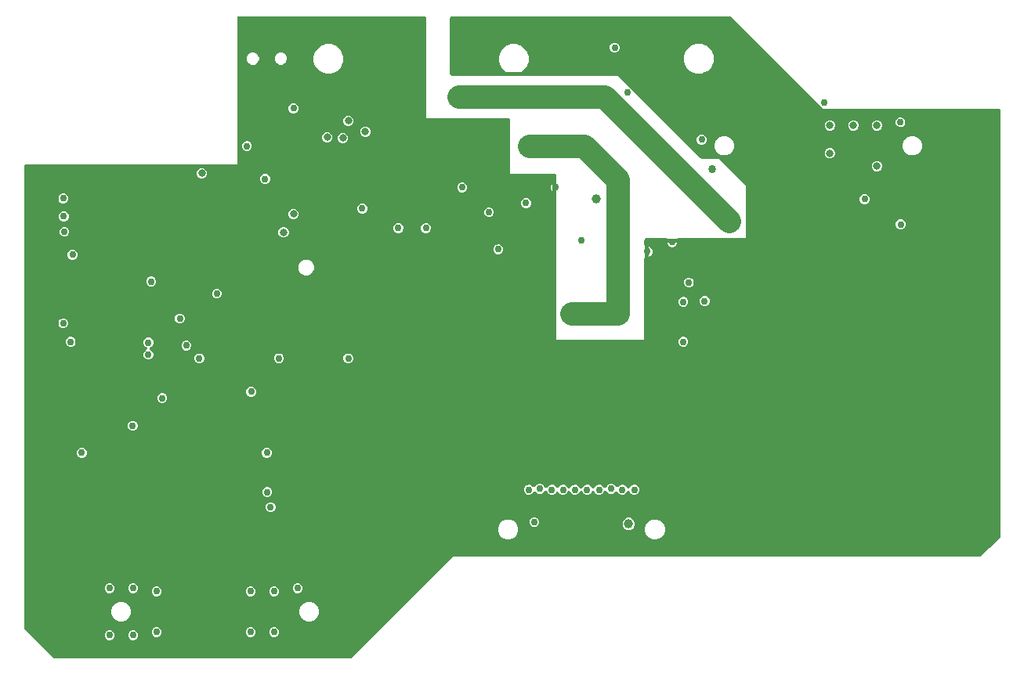
<source format=gbr>
G04 EAGLE Gerber RS-274X export*
G75*
%MOMM*%
%FSLAX34Y34*%
%LPD*%
%INEAGLE Copper Layer 2*%
%IPPOS*%
%AMOC8*
5,1,8,0,0,1.08239X$1,22.5*%
G01*
%ADD10C,0.756400*%
%ADD11C,0.806400*%
%ADD12C,1.006400*%
%ADD13C,0.856400*%
%ADD14C,1.056400*%
%ADD15C,2.540000*%
%ADD16C,0.406400*%
%ADD17C,0.304800*%
%ADD18C,0.508000*%
%ADD19C,0.254000*%

G36*
X680027Y537971D02*
X680027Y537971D01*
X680053Y537969D01*
X680227Y537991D01*
X680401Y538009D01*
X680426Y538017D01*
X680453Y538020D01*
X680618Y538076D01*
X680786Y538127D01*
X680809Y538140D01*
X680834Y538148D01*
X680986Y538235D01*
X681140Y538319D01*
X681160Y538336D01*
X681183Y538349D01*
X681436Y538564D01*
X790841Y647969D01*
X1360000Y647969D01*
X1360027Y647971D01*
X1360053Y647969D01*
X1360227Y647991D01*
X1360401Y648009D01*
X1360426Y648017D01*
X1360453Y648020D01*
X1360618Y648076D01*
X1360786Y648127D01*
X1360809Y648140D01*
X1360834Y648148D01*
X1360986Y648235D01*
X1361140Y648319D01*
X1361160Y648336D01*
X1361183Y648349D01*
X1361436Y648564D01*
X1381436Y668564D01*
X1381442Y668571D01*
X1381449Y668576D01*
X1381460Y668590D01*
X1381474Y668602D01*
X1381581Y668740D01*
X1381691Y668875D01*
X1381696Y668883D01*
X1381701Y668890D01*
X1381709Y668906D01*
X1381720Y668920D01*
X1381798Y669077D01*
X1381880Y669231D01*
X1381883Y669239D01*
X1381887Y669247D01*
X1381892Y669264D01*
X1381900Y669281D01*
X1381945Y669450D01*
X1381995Y669617D01*
X1381996Y669626D01*
X1381998Y669634D01*
X1382000Y669652D01*
X1382004Y669669D01*
X1382031Y670000D01*
X1382031Y1130000D01*
X1382029Y1130018D01*
X1382031Y1130036D01*
X1382010Y1130218D01*
X1381991Y1130401D01*
X1381986Y1130418D01*
X1381984Y1130435D01*
X1381927Y1130610D01*
X1381873Y1130786D01*
X1381865Y1130801D01*
X1381859Y1130818D01*
X1381769Y1130978D01*
X1381681Y1131140D01*
X1381670Y1131153D01*
X1381661Y1131169D01*
X1381541Y1131308D01*
X1381424Y1131449D01*
X1381410Y1131460D01*
X1381398Y1131474D01*
X1381253Y1131586D01*
X1381110Y1131701D01*
X1381094Y1131709D01*
X1381080Y1131720D01*
X1380915Y1131802D01*
X1380753Y1131887D01*
X1380736Y1131892D01*
X1380720Y1131900D01*
X1380541Y1131947D01*
X1380366Y1131998D01*
X1380348Y1132000D01*
X1380331Y1132004D01*
X1380000Y1132031D01*
X1190841Y1132031D01*
X1091436Y1231436D01*
X1091416Y1231453D01*
X1091398Y1231474D01*
X1091260Y1231581D01*
X1091125Y1231691D01*
X1091101Y1231704D01*
X1091080Y1231720D01*
X1090923Y1231798D01*
X1090769Y1231880D01*
X1090744Y1231888D01*
X1090720Y1231900D01*
X1090550Y1231945D01*
X1090383Y1231995D01*
X1090357Y1231997D01*
X1090331Y1232004D01*
X1090000Y1232031D01*
X790000Y1232031D01*
X789982Y1232029D01*
X789964Y1232031D01*
X789782Y1232010D01*
X789599Y1231991D01*
X789582Y1231986D01*
X789565Y1231984D01*
X789390Y1231927D01*
X789214Y1231873D01*
X789199Y1231865D01*
X789182Y1231859D01*
X789022Y1231769D01*
X788860Y1231681D01*
X788847Y1231670D01*
X788831Y1231661D01*
X788692Y1231541D01*
X788551Y1231424D01*
X788540Y1231410D01*
X788527Y1231398D01*
X788414Y1231253D01*
X788299Y1231110D01*
X788291Y1231094D01*
X788280Y1231080D01*
X788198Y1230915D01*
X788113Y1230753D01*
X788108Y1230736D01*
X788100Y1230720D01*
X788053Y1230541D01*
X788002Y1230366D01*
X788000Y1230348D01*
X787996Y1230331D01*
X787969Y1230000D01*
X787969Y1170000D01*
X787971Y1169982D01*
X787969Y1169964D01*
X787990Y1169782D01*
X788009Y1169599D01*
X788014Y1169582D01*
X788016Y1169565D01*
X788073Y1169390D01*
X788127Y1169214D01*
X788135Y1169199D01*
X788141Y1169182D01*
X788231Y1169022D01*
X788319Y1168860D01*
X788330Y1168847D01*
X788339Y1168831D01*
X788459Y1168692D01*
X788576Y1168551D01*
X788590Y1168540D01*
X788602Y1168527D01*
X788747Y1168414D01*
X788890Y1168299D01*
X788906Y1168291D01*
X788920Y1168280D01*
X789085Y1168198D01*
X789247Y1168113D01*
X789264Y1168108D01*
X789281Y1168100D01*
X789459Y1168053D01*
X789634Y1168002D01*
X789652Y1168000D01*
X789669Y1167996D01*
X790000Y1167969D01*
X847493Y1167969D01*
X847498Y1167969D01*
X847502Y1167969D01*
X847697Y1167989D01*
X847894Y1168009D01*
X847898Y1168010D01*
X847903Y1168010D01*
X848091Y1168069D01*
X848279Y1168127D01*
X848283Y1168129D01*
X848287Y1168130D01*
X848459Y1168224D01*
X848633Y1168319D01*
X848636Y1168321D01*
X848640Y1168324D01*
X848791Y1168450D01*
X848942Y1168576D01*
X848945Y1168580D01*
X848948Y1168583D01*
X849072Y1168738D01*
X849194Y1168890D01*
X849197Y1168894D01*
X849199Y1168898D01*
X849290Y1169075D01*
X849380Y1169247D01*
X849381Y1169252D01*
X849383Y1169256D01*
X849438Y1169448D01*
X849491Y1169634D01*
X849492Y1169639D01*
X849493Y1169643D01*
X849508Y1169839D01*
X849524Y1170036D01*
X849524Y1170040D01*
X849524Y1170044D01*
X849500Y1170239D01*
X849477Y1170435D01*
X849476Y1170440D01*
X849475Y1170444D01*
X849413Y1170631D01*
X849352Y1170818D01*
X849350Y1170822D01*
X849349Y1170826D01*
X849252Y1170997D01*
X849155Y1171169D01*
X849152Y1171172D01*
X849149Y1171176D01*
X849018Y1171326D01*
X848891Y1171474D01*
X848888Y1171476D01*
X848885Y1171480D01*
X848727Y1171601D01*
X848573Y1171720D01*
X848569Y1171722D01*
X848566Y1171725D01*
X848271Y1171877D01*
X847574Y1172165D01*
X843061Y1176678D01*
X840619Y1182573D01*
X840619Y1188955D01*
X843061Y1194850D01*
X847574Y1199363D01*
X853469Y1201805D01*
X859851Y1201805D01*
X865746Y1199363D01*
X870259Y1194850D01*
X872701Y1188955D01*
X872701Y1182573D01*
X870259Y1176678D01*
X865746Y1172165D01*
X865049Y1171877D01*
X865045Y1171875D01*
X865041Y1171873D01*
X864868Y1171780D01*
X864695Y1171686D01*
X864691Y1171684D01*
X864687Y1171681D01*
X864537Y1171556D01*
X864384Y1171430D01*
X864381Y1171427D01*
X864378Y1171424D01*
X864254Y1171270D01*
X864130Y1171117D01*
X864128Y1171114D01*
X864126Y1171110D01*
X864035Y1170935D01*
X863943Y1170761D01*
X863942Y1170757D01*
X863940Y1170753D01*
X863886Y1170565D01*
X863830Y1170375D01*
X863830Y1170370D01*
X863829Y1170366D01*
X863812Y1170168D01*
X863796Y1169973D01*
X863796Y1169969D01*
X863796Y1169964D01*
X863819Y1169767D01*
X863841Y1169573D01*
X863842Y1169569D01*
X863843Y1169565D01*
X863904Y1169377D01*
X863964Y1169190D01*
X863966Y1169186D01*
X863968Y1169182D01*
X864066Y1169007D01*
X864160Y1168839D01*
X864163Y1168835D01*
X864165Y1168831D01*
X864293Y1168683D01*
X864422Y1168533D01*
X864426Y1168530D01*
X864429Y1168527D01*
X864582Y1168408D01*
X864739Y1168284D01*
X864743Y1168282D01*
X864747Y1168280D01*
X864922Y1168193D01*
X865099Y1168104D01*
X865103Y1168102D01*
X865107Y1168100D01*
X865297Y1168049D01*
X865487Y1167997D01*
X865492Y1167997D01*
X865496Y1167996D01*
X865827Y1167969D01*
X969159Y1167969D01*
X1058564Y1078564D01*
X1058584Y1078547D01*
X1058602Y1078527D01*
X1058740Y1078419D01*
X1058875Y1078309D01*
X1058899Y1078296D01*
X1058920Y1078280D01*
X1059077Y1078202D01*
X1059231Y1078120D01*
X1059256Y1078112D01*
X1059281Y1078100D01*
X1059450Y1078055D01*
X1059617Y1078005D01*
X1059643Y1078003D01*
X1059669Y1077996D01*
X1060000Y1077969D01*
X1079159Y1077969D01*
X1107969Y1049159D01*
X1107969Y992031D01*
X1035050Y992031D01*
X1035036Y992030D01*
X1035023Y992031D01*
X1034837Y992010D01*
X1034649Y991991D01*
X1034636Y991987D01*
X1034623Y991986D01*
X1034445Y991929D01*
X1034264Y991873D01*
X1034252Y991867D01*
X1034240Y991863D01*
X1034075Y991771D01*
X1033910Y991681D01*
X1033900Y991673D01*
X1033888Y991666D01*
X1033744Y991543D01*
X1033601Y991424D01*
X1033593Y991413D01*
X1033582Y991405D01*
X1033466Y991256D01*
X1033349Y991110D01*
X1033342Y991098D01*
X1033334Y991088D01*
X1033249Y990919D01*
X1033163Y990753D01*
X1033159Y990740D01*
X1033153Y990728D01*
X1033104Y990546D01*
X1033052Y990366D01*
X1033051Y990352D01*
X1033047Y990339D01*
X1033034Y990153D01*
X1033019Y989964D01*
X1033020Y989951D01*
X1033019Y989938D01*
X1033044Y989752D01*
X1033066Y989565D01*
X1033070Y989552D01*
X1033072Y989539D01*
X1033173Y989223D01*
X1033405Y988664D01*
X1033405Y986552D01*
X1032597Y984602D01*
X1031104Y983109D01*
X1030006Y982655D01*
X1030006Y982654D01*
X1029154Y982301D01*
X1027042Y982301D01*
X1025092Y983109D01*
X1023599Y984602D01*
X1022791Y986552D01*
X1022791Y988664D01*
X1023023Y989223D01*
X1023027Y989236D01*
X1023033Y989247D01*
X1023085Y989428D01*
X1023139Y989608D01*
X1023141Y989621D01*
X1023144Y989634D01*
X1023160Y989822D01*
X1023177Y990009D01*
X1023176Y990022D01*
X1023177Y990036D01*
X1023155Y990222D01*
X1023136Y990409D01*
X1023132Y990422D01*
X1023130Y990435D01*
X1023072Y990613D01*
X1023016Y990794D01*
X1023010Y990805D01*
X1023005Y990818D01*
X1022913Y990982D01*
X1022823Y991147D01*
X1022814Y991157D01*
X1022808Y991169D01*
X1022685Y991311D01*
X1022564Y991455D01*
X1022553Y991463D01*
X1022544Y991474D01*
X1022397Y991588D01*
X1022249Y991706D01*
X1022237Y991712D01*
X1022226Y991720D01*
X1022059Y991804D01*
X1021891Y991890D01*
X1021878Y991894D01*
X1021866Y991900D01*
X1021683Y991949D01*
X1021503Y992000D01*
X1021490Y992001D01*
X1021477Y992004D01*
X1021146Y992031D01*
X1000000Y992031D01*
X999982Y992029D01*
X999964Y992031D01*
X999782Y992010D01*
X999599Y991991D01*
X999582Y991986D01*
X999565Y991984D01*
X999390Y991927D01*
X999214Y991873D01*
X999199Y991865D01*
X999182Y991859D01*
X999022Y991769D01*
X998860Y991681D01*
X998847Y991670D01*
X998831Y991661D01*
X998692Y991541D01*
X998551Y991424D01*
X998540Y991410D01*
X998527Y991398D01*
X998414Y991253D01*
X998299Y991110D01*
X998291Y991094D01*
X998280Y991080D01*
X998198Y990915D01*
X998113Y990753D01*
X998108Y990736D01*
X998100Y990720D01*
X998053Y990541D01*
X998002Y990366D01*
X998000Y990348D01*
X997996Y990331D01*
X997969Y990000D01*
X997969Y984786D01*
X997971Y984768D01*
X997969Y984750D01*
X997990Y984568D01*
X998009Y984385D01*
X998014Y984368D01*
X998016Y984351D01*
X998073Y984176D01*
X998127Y984000D01*
X998135Y983985D01*
X998141Y983968D01*
X998231Y983808D01*
X998319Y983646D01*
X998330Y983633D01*
X998339Y983617D01*
X998459Y983478D01*
X998576Y983337D01*
X998590Y983326D01*
X998602Y983312D01*
X998747Y983200D01*
X998890Y983085D01*
X998906Y983077D01*
X998920Y983066D01*
X999085Y982984D01*
X999247Y982899D01*
X999264Y982894D01*
X999281Y982886D01*
X999459Y982839D01*
X999634Y982788D01*
X999652Y982786D01*
X999669Y982782D01*
X1000000Y982755D01*
X1002230Y982755D01*
X1004180Y981947D01*
X1005673Y980454D01*
X1006481Y978504D01*
X1006481Y976392D01*
X1005673Y974442D01*
X1004180Y972949D01*
X1002230Y972141D01*
X1000000Y972141D01*
X999982Y972139D01*
X999964Y972141D01*
X999782Y972120D01*
X999599Y972101D01*
X999582Y972096D01*
X999565Y972094D01*
X999390Y972037D01*
X999214Y971983D01*
X999199Y971975D01*
X999182Y971969D01*
X999022Y971879D01*
X998860Y971791D01*
X998847Y971780D01*
X998831Y971771D01*
X998692Y971651D01*
X998551Y971534D01*
X998540Y971520D01*
X998527Y971508D01*
X998414Y971363D01*
X998299Y971220D01*
X998291Y971204D01*
X998280Y971190D01*
X998198Y971025D01*
X998113Y970863D01*
X998108Y970846D01*
X998100Y970830D01*
X998053Y970651D01*
X998002Y970476D01*
X998000Y970458D01*
X997996Y970441D01*
X997969Y970110D01*
X997969Y882031D01*
X902031Y882031D01*
X902031Y1039886D01*
X902029Y1039908D01*
X902031Y1039930D01*
X902009Y1040108D01*
X901991Y1040286D01*
X901985Y1040308D01*
X901982Y1040330D01*
X901926Y1040500D01*
X901873Y1040671D01*
X901863Y1040691D01*
X901856Y1040712D01*
X901767Y1040868D01*
X901681Y1041025D01*
X901667Y1041043D01*
X901656Y1041062D01*
X901539Y1041197D01*
X901424Y1041335D01*
X901406Y1041349D01*
X901392Y1041365D01*
X901250Y1041475D01*
X901110Y1041587D01*
X901090Y1041597D01*
X901072Y1041611D01*
X900777Y1041763D01*
X898994Y1042501D01*
X897501Y1043994D01*
X896693Y1045944D01*
X896693Y1048056D01*
X897501Y1050006D01*
X898994Y1051499D01*
X900777Y1052237D01*
X900797Y1052248D01*
X900818Y1052255D01*
X900974Y1052343D01*
X901132Y1052428D01*
X901149Y1052442D01*
X901169Y1052453D01*
X901305Y1052570D01*
X901443Y1052684D01*
X901457Y1052701D01*
X901474Y1052716D01*
X901583Y1052857D01*
X901696Y1052997D01*
X901707Y1053017D01*
X901720Y1053034D01*
X901800Y1053195D01*
X901883Y1053353D01*
X901890Y1053375D01*
X901900Y1053395D01*
X901946Y1053568D01*
X901996Y1053740D01*
X901998Y1053762D01*
X902004Y1053783D01*
X902031Y1054114D01*
X902031Y1060000D01*
X902029Y1060018D01*
X902031Y1060036D01*
X902010Y1060218D01*
X901991Y1060401D01*
X901986Y1060418D01*
X901984Y1060435D01*
X901927Y1060609D01*
X901873Y1060786D01*
X901865Y1060801D01*
X901859Y1060818D01*
X901769Y1060978D01*
X901681Y1061140D01*
X901670Y1061153D01*
X901661Y1061169D01*
X901541Y1061308D01*
X901424Y1061449D01*
X901410Y1061460D01*
X901398Y1061474D01*
X901253Y1061586D01*
X901110Y1061701D01*
X901094Y1061709D01*
X901080Y1061720D01*
X900915Y1061802D01*
X900753Y1061887D01*
X900736Y1061892D01*
X900720Y1061900D01*
X900541Y1061947D01*
X900366Y1061998D01*
X900348Y1062000D01*
X900331Y1062004D01*
X900000Y1062031D01*
X852031Y1062031D01*
X852031Y1120000D01*
X852029Y1120018D01*
X852031Y1120036D01*
X852010Y1120218D01*
X851991Y1120401D01*
X851986Y1120418D01*
X851984Y1120435D01*
X851927Y1120610D01*
X851873Y1120786D01*
X851865Y1120801D01*
X851859Y1120818D01*
X851769Y1120978D01*
X851681Y1121140D01*
X851670Y1121153D01*
X851661Y1121169D01*
X851541Y1121308D01*
X851424Y1121449D01*
X851410Y1121460D01*
X851398Y1121474D01*
X851253Y1121586D01*
X851110Y1121701D01*
X851094Y1121709D01*
X851080Y1121720D01*
X850915Y1121802D01*
X850753Y1121887D01*
X850736Y1121892D01*
X850720Y1121900D01*
X850541Y1121947D01*
X850366Y1121998D01*
X850348Y1122000D01*
X850331Y1122004D01*
X850000Y1122031D01*
X762031Y1122031D01*
X762031Y1230000D01*
X762029Y1230018D01*
X762031Y1230036D01*
X762010Y1230218D01*
X761991Y1230401D01*
X761986Y1230418D01*
X761984Y1230435D01*
X761927Y1230610D01*
X761873Y1230786D01*
X761865Y1230801D01*
X761859Y1230818D01*
X761769Y1230978D01*
X761681Y1231140D01*
X761670Y1231153D01*
X761661Y1231169D01*
X761541Y1231308D01*
X761424Y1231449D01*
X761410Y1231460D01*
X761398Y1231474D01*
X761253Y1231586D01*
X761110Y1231701D01*
X761094Y1231709D01*
X761080Y1231720D01*
X760915Y1231802D01*
X760753Y1231887D01*
X760736Y1231892D01*
X760720Y1231900D01*
X760541Y1231947D01*
X760366Y1231998D01*
X760348Y1232000D01*
X760331Y1232004D01*
X760000Y1232031D01*
X560000Y1232031D01*
X559982Y1232029D01*
X559964Y1232031D01*
X559782Y1232010D01*
X559599Y1231991D01*
X559582Y1231986D01*
X559565Y1231984D01*
X559390Y1231927D01*
X559214Y1231873D01*
X559199Y1231865D01*
X559182Y1231859D01*
X559022Y1231769D01*
X558860Y1231681D01*
X558847Y1231670D01*
X558831Y1231661D01*
X558692Y1231541D01*
X558551Y1231424D01*
X558540Y1231410D01*
X558527Y1231398D01*
X558414Y1231253D01*
X558299Y1231110D01*
X558291Y1231094D01*
X558280Y1231080D01*
X558198Y1230915D01*
X558113Y1230753D01*
X558108Y1230736D01*
X558100Y1230720D01*
X558053Y1230541D01*
X558002Y1230366D01*
X558000Y1230348D01*
X557996Y1230331D01*
X557969Y1230000D01*
X557969Y1072031D01*
X330000Y1072031D01*
X329982Y1072029D01*
X329964Y1072031D01*
X329782Y1072010D01*
X329599Y1071991D01*
X329582Y1071986D01*
X329565Y1071984D01*
X329390Y1071927D01*
X329214Y1071873D01*
X329199Y1071865D01*
X329182Y1071859D01*
X329022Y1071769D01*
X328860Y1071681D01*
X328847Y1071670D01*
X328831Y1071661D01*
X328692Y1071541D01*
X328551Y1071424D01*
X328540Y1071410D01*
X328527Y1071398D01*
X328414Y1071253D01*
X328299Y1071110D01*
X328291Y1071094D01*
X328280Y1071080D01*
X328198Y1070915D01*
X328113Y1070753D01*
X328108Y1070736D01*
X328100Y1070720D01*
X328052Y1070541D01*
X328002Y1070366D01*
X328000Y1070348D01*
X327996Y1070331D01*
X327969Y1070000D01*
X327969Y570000D01*
X327971Y569973D01*
X327969Y569947D01*
X327991Y569773D01*
X328009Y569599D01*
X328017Y569574D01*
X328020Y569547D01*
X328076Y569382D01*
X328127Y569214D01*
X328140Y569191D01*
X328148Y569166D01*
X328235Y569014D01*
X328319Y568860D01*
X328336Y568840D01*
X328349Y568817D01*
X328564Y568564D01*
X358564Y538564D01*
X358584Y538547D01*
X358602Y538527D01*
X358740Y538419D01*
X358875Y538309D01*
X358899Y538296D01*
X358920Y538280D01*
X359077Y538202D01*
X359231Y538120D01*
X359256Y538112D01*
X359281Y538100D01*
X359450Y538055D01*
X359617Y538005D01*
X359643Y538003D01*
X359669Y537996D01*
X360000Y537969D01*
X680000Y537969D01*
X680027Y537971D01*
G37*
%LPC*%
G36*
X871944Y714693D02*
X871944Y714693D01*
X869994Y715501D01*
X868501Y716994D01*
X867693Y718944D01*
X867693Y721056D01*
X868501Y723006D01*
X869994Y724499D01*
X871208Y725002D01*
X871944Y725307D01*
X874056Y725307D01*
X876006Y724499D01*
X877179Y723326D01*
X877190Y723317D01*
X877198Y723307D01*
X877345Y723190D01*
X877491Y723070D01*
X877503Y723064D01*
X877513Y723056D01*
X877681Y722970D01*
X877847Y722882D01*
X877859Y722878D01*
X877871Y722872D01*
X878052Y722821D01*
X878232Y722767D01*
X878246Y722766D01*
X878259Y722762D01*
X878445Y722748D01*
X878633Y722731D01*
X878647Y722732D01*
X878660Y722731D01*
X878845Y722754D01*
X879034Y722774D01*
X879047Y722778D01*
X879060Y722780D01*
X879237Y722839D01*
X879418Y722896D01*
X879429Y722902D01*
X879442Y722906D01*
X879605Y722999D01*
X879770Y723090D01*
X879780Y723099D01*
X879792Y723106D01*
X879934Y723230D01*
X880077Y723351D01*
X880085Y723361D01*
X880095Y723370D01*
X880210Y723520D01*
X880326Y723667D01*
X880333Y723679D01*
X880341Y723689D01*
X880492Y723985D01*
X880501Y724006D01*
X881994Y725499D01*
X883944Y726307D01*
X886056Y726307D01*
X888006Y725499D01*
X889499Y724006D01*
X889830Y723205D01*
X889835Y723197D01*
X889837Y723189D01*
X889930Y723019D01*
X890021Y722851D01*
X890026Y722843D01*
X890031Y722836D01*
X890154Y722689D01*
X890277Y722540D01*
X890284Y722534D01*
X890290Y722528D01*
X890441Y722407D01*
X890590Y722286D01*
X890598Y722282D01*
X890605Y722277D01*
X890777Y722188D01*
X890946Y722099D01*
X890955Y722097D01*
X890963Y722093D01*
X891148Y722040D01*
X891333Y721986D01*
X891342Y721985D01*
X891350Y721983D01*
X891542Y721968D01*
X891734Y721952D01*
X891743Y721953D01*
X891752Y721952D01*
X891941Y721975D01*
X892134Y721997D01*
X892143Y722000D01*
X892151Y722001D01*
X892333Y722061D01*
X892517Y722120D01*
X892525Y722124D01*
X892534Y722127D01*
X892702Y722223D01*
X892869Y722316D01*
X892875Y722322D01*
X892883Y722327D01*
X893028Y722452D01*
X893174Y722578D01*
X893180Y722585D01*
X893187Y722591D01*
X893304Y722743D01*
X893423Y722895D01*
X893427Y722903D01*
X893432Y722910D01*
X893460Y722965D01*
X894994Y724499D01*
X896208Y725002D01*
X896944Y725307D01*
X899056Y725307D01*
X901006Y724499D01*
X902564Y722941D01*
X902577Y722930D01*
X902589Y722916D01*
X902733Y722802D01*
X902875Y722686D01*
X902891Y722678D01*
X902905Y722667D01*
X903069Y722583D01*
X903231Y722497D01*
X903248Y722492D01*
X903264Y722484D01*
X903441Y722435D01*
X903617Y722383D01*
X903635Y722381D01*
X903652Y722376D01*
X903835Y722363D01*
X904018Y722346D01*
X904036Y722348D01*
X904053Y722347D01*
X904235Y722370D01*
X904418Y722390D01*
X904435Y722395D01*
X904453Y722397D01*
X904626Y722456D01*
X904802Y722511D01*
X904818Y722520D01*
X904834Y722526D01*
X904993Y722617D01*
X905154Y722706D01*
X905168Y722718D01*
X905183Y722726D01*
X905436Y722941D01*
X906994Y724499D01*
X908208Y725002D01*
X908944Y725307D01*
X911056Y725307D01*
X913006Y724499D01*
X914499Y723006D01*
X914623Y722705D01*
X914628Y722698D01*
X914630Y722689D01*
X914722Y722521D01*
X914813Y722351D01*
X914819Y722344D01*
X914824Y722336D01*
X914947Y722189D01*
X915070Y722040D01*
X915077Y722035D01*
X915083Y722028D01*
X915232Y721908D01*
X915383Y721786D01*
X915391Y721782D01*
X915397Y721777D01*
X915567Y721689D01*
X915739Y721599D01*
X915748Y721597D01*
X915756Y721593D01*
X915941Y721540D01*
X916125Y721486D01*
X916134Y721486D01*
X916143Y721483D01*
X916335Y721468D01*
X916527Y721452D01*
X916535Y721453D01*
X916544Y721452D01*
X916736Y721475D01*
X916927Y721497D01*
X916935Y721499D01*
X916944Y721501D01*
X917128Y721561D01*
X917310Y721620D01*
X917318Y721624D01*
X917326Y721627D01*
X917495Y721723D01*
X917661Y721816D01*
X917668Y721822D01*
X917676Y721827D01*
X917822Y721954D01*
X917967Y722078D01*
X917973Y722085D01*
X917980Y722091D01*
X918098Y722245D01*
X918216Y722395D01*
X918219Y722403D01*
X918225Y722410D01*
X918377Y722705D01*
X918501Y723006D01*
X919994Y724499D01*
X921208Y725002D01*
X921944Y725307D01*
X924056Y725307D01*
X926006Y724499D01*
X927499Y723006D01*
X927623Y722705D01*
X927628Y722697D01*
X927630Y722689D01*
X927723Y722520D01*
X927814Y722351D01*
X927819Y722344D01*
X927824Y722336D01*
X927948Y722188D01*
X928070Y722040D01*
X928077Y722034D01*
X928083Y722028D01*
X928234Y721907D01*
X928383Y721786D01*
X928391Y721782D01*
X928398Y721777D01*
X928568Y721689D01*
X928739Y721599D01*
X928748Y721597D01*
X928756Y721593D01*
X928940Y721540D01*
X929126Y721486D01*
X929134Y721485D01*
X929143Y721483D01*
X929335Y721468D01*
X929527Y721452D01*
X929536Y721453D01*
X929545Y721452D01*
X929736Y721475D01*
X929927Y721497D01*
X929935Y721500D01*
X929944Y721501D01*
X930127Y721561D01*
X930310Y721620D01*
X930318Y721624D01*
X930326Y721627D01*
X930493Y721722D01*
X930662Y721816D01*
X930668Y721822D01*
X930676Y721827D01*
X930821Y721953D01*
X930967Y722078D01*
X930973Y722085D01*
X930980Y722091D01*
X931097Y722244D01*
X931216Y722395D01*
X931220Y722403D01*
X931225Y722410D01*
X931377Y722705D01*
X931501Y723006D01*
X932994Y724499D01*
X934208Y725002D01*
X934944Y725307D01*
X937056Y725307D01*
X939006Y724499D01*
X940499Y723006D01*
X940623Y722705D01*
X940628Y722697D01*
X940630Y722689D01*
X940722Y722521D01*
X940814Y722351D01*
X940819Y722344D01*
X940824Y722336D01*
X940947Y722188D01*
X941070Y722040D01*
X941077Y722034D01*
X941083Y722028D01*
X941233Y721908D01*
X941383Y721786D01*
X941391Y721782D01*
X941398Y721777D01*
X941570Y721688D01*
X941739Y721599D01*
X941748Y721597D01*
X941756Y721593D01*
X941942Y721540D01*
X942126Y721486D01*
X942135Y721485D01*
X942143Y721483D01*
X942335Y721468D01*
X942527Y721452D01*
X942536Y721453D01*
X942545Y721452D01*
X942735Y721475D01*
X942927Y721497D01*
X942935Y721499D01*
X942944Y721501D01*
X943126Y721561D01*
X943310Y721620D01*
X943318Y721624D01*
X943326Y721627D01*
X943493Y721722D01*
X943662Y721816D01*
X943668Y721822D01*
X943676Y721827D01*
X943820Y721952D01*
X943967Y722078D01*
X943973Y722085D01*
X943980Y722091D01*
X944097Y722244D01*
X944216Y722395D01*
X944220Y722403D01*
X944225Y722410D01*
X944377Y722705D01*
X944501Y723006D01*
X945994Y724499D01*
X947208Y725002D01*
X947944Y725307D01*
X950056Y725307D01*
X952006Y724499D01*
X953551Y722954D01*
X953606Y722851D01*
X953612Y722844D01*
X953616Y722836D01*
X953740Y722689D01*
X953863Y722540D01*
X953870Y722535D01*
X953876Y722528D01*
X954027Y722407D01*
X954175Y722287D01*
X954183Y722282D01*
X954190Y722277D01*
X954363Y722188D01*
X954532Y722099D01*
X954540Y722097D01*
X954549Y722093D01*
X954735Y722040D01*
X954918Y721986D01*
X954927Y721986D01*
X954936Y721983D01*
X955127Y721968D01*
X955319Y721952D01*
X955328Y721953D01*
X955337Y721952D01*
X955527Y721975D01*
X955719Y721997D01*
X955728Y721999D01*
X955737Y722001D01*
X955920Y722061D01*
X956103Y722120D01*
X956111Y722124D01*
X956119Y722127D01*
X956287Y722223D01*
X956454Y722316D01*
X956461Y722322D01*
X956469Y722327D01*
X956615Y722454D01*
X956760Y722578D01*
X956766Y722585D01*
X956773Y722591D01*
X956890Y722744D01*
X957008Y722895D01*
X957012Y722903D01*
X957018Y722910D01*
X957170Y723205D01*
X957501Y724006D01*
X958994Y725499D01*
X960944Y726307D01*
X963056Y726307D01*
X965006Y725499D01*
X966499Y724006D01*
X966508Y723985D01*
X966514Y723973D01*
X966518Y723960D01*
X966610Y723795D01*
X966698Y723630D01*
X966706Y723619D01*
X966713Y723608D01*
X966835Y723464D01*
X966954Y723319D01*
X966965Y723311D01*
X966973Y723301D01*
X967121Y723184D01*
X967267Y723066D01*
X967279Y723059D01*
X967289Y723051D01*
X967457Y722966D01*
X967623Y722879D01*
X967636Y722875D01*
X967648Y722869D01*
X967830Y722818D01*
X968010Y722765D01*
X968023Y722764D01*
X968036Y722761D01*
X968225Y722747D01*
X968411Y722731D01*
X968424Y722732D01*
X968438Y722731D01*
X968626Y722755D01*
X968811Y722776D01*
X968824Y722780D01*
X968837Y722782D01*
X969016Y722842D01*
X969194Y722899D01*
X969206Y722906D01*
X969219Y722910D01*
X969382Y723004D01*
X969546Y723095D01*
X969556Y723104D01*
X969568Y723111D01*
X969821Y723326D01*
X970994Y724499D01*
X972208Y725002D01*
X972944Y725307D01*
X975056Y725307D01*
X977006Y724499D01*
X978499Y723006D01*
X978623Y722705D01*
X978628Y722698D01*
X978630Y722689D01*
X978722Y722521D01*
X978813Y722351D01*
X978819Y722344D01*
X978824Y722336D01*
X978947Y722189D01*
X979070Y722040D01*
X979077Y722035D01*
X979083Y722028D01*
X979232Y721908D01*
X979383Y721786D01*
X979391Y721782D01*
X979397Y721777D01*
X979567Y721689D01*
X979739Y721599D01*
X979748Y721597D01*
X979756Y721593D01*
X979941Y721540D01*
X980125Y721486D01*
X980134Y721486D01*
X980143Y721483D01*
X980335Y721468D01*
X980527Y721452D01*
X980535Y721453D01*
X980544Y721452D01*
X980736Y721475D01*
X980927Y721497D01*
X980935Y721499D01*
X980944Y721501D01*
X981128Y721561D01*
X981310Y721620D01*
X981318Y721624D01*
X981326Y721627D01*
X981495Y721723D01*
X981661Y721816D01*
X981668Y721822D01*
X981676Y721827D01*
X981822Y721954D01*
X981967Y722078D01*
X981973Y722085D01*
X981980Y722091D01*
X982098Y722245D01*
X982216Y722395D01*
X982219Y722403D01*
X982225Y722410D01*
X982377Y722705D01*
X982501Y723006D01*
X983994Y724499D01*
X985208Y725002D01*
X985944Y725307D01*
X988056Y725307D01*
X990006Y724499D01*
X991499Y723006D01*
X992307Y721056D01*
X992307Y718944D01*
X991499Y716994D01*
X990006Y715501D01*
X988056Y714693D01*
X985944Y714693D01*
X983994Y715501D01*
X982501Y716994D01*
X982377Y717295D01*
X982372Y717303D01*
X982370Y717311D01*
X982277Y717480D01*
X982186Y717649D01*
X982181Y717656D01*
X982176Y717664D01*
X982053Y717811D01*
X981930Y717960D01*
X981923Y717966D01*
X981917Y717972D01*
X981767Y718092D01*
X981617Y718214D01*
X981609Y718218D01*
X981602Y718223D01*
X981432Y718311D01*
X981261Y718401D01*
X981252Y718403D01*
X981244Y718407D01*
X981060Y718460D01*
X980874Y718514D01*
X980866Y718515D01*
X980857Y718517D01*
X980665Y718532D01*
X980473Y718548D01*
X980464Y718547D01*
X980455Y718548D01*
X980264Y718525D01*
X980073Y718503D01*
X980065Y718500D01*
X980056Y718499D01*
X979873Y718439D01*
X979690Y718380D01*
X979682Y718376D01*
X979674Y718373D01*
X979507Y718278D01*
X979338Y718184D01*
X979332Y718178D01*
X979324Y718173D01*
X979179Y718047D01*
X979033Y717922D01*
X979027Y717915D01*
X979020Y717909D01*
X978902Y717755D01*
X978784Y717605D01*
X978780Y717597D01*
X978775Y717590D01*
X978623Y717295D01*
X978499Y716994D01*
X977006Y715501D01*
X975056Y714693D01*
X972944Y714693D01*
X970994Y715501D01*
X969501Y716994D01*
X969492Y717015D01*
X969486Y717027D01*
X969482Y717040D01*
X969390Y717205D01*
X969302Y717370D01*
X969294Y717381D01*
X969287Y717392D01*
X969165Y717536D01*
X969046Y717681D01*
X969035Y717689D01*
X969027Y717699D01*
X968879Y717816D01*
X968733Y717934D01*
X968721Y717941D01*
X968711Y717949D01*
X968543Y718034D01*
X968377Y718121D01*
X968364Y718125D01*
X968352Y718131D01*
X968170Y718182D01*
X967990Y718235D01*
X967977Y718236D01*
X967964Y718239D01*
X967775Y718253D01*
X967589Y718269D01*
X967576Y718268D01*
X967562Y718269D01*
X967374Y718245D01*
X967189Y718224D01*
X967176Y718220D01*
X967163Y718218D01*
X966984Y718158D01*
X966806Y718101D01*
X966794Y718094D01*
X966781Y718090D01*
X966618Y717996D01*
X966454Y717905D01*
X966444Y717896D01*
X966432Y717889D01*
X966179Y717674D01*
X965006Y716501D01*
X963056Y715693D01*
X960944Y715693D01*
X958994Y716501D01*
X957449Y718046D01*
X957394Y718149D01*
X957388Y718156D01*
X957384Y718164D01*
X957260Y718311D01*
X957137Y718460D01*
X957130Y718465D01*
X957124Y718472D01*
X956973Y718593D01*
X956825Y718713D01*
X956817Y718718D01*
X956810Y718723D01*
X956637Y718812D01*
X956468Y718901D01*
X956460Y718903D01*
X956451Y718907D01*
X956265Y718960D01*
X956082Y719014D01*
X956073Y719014D01*
X956064Y719017D01*
X955873Y719032D01*
X955681Y719048D01*
X955672Y719047D01*
X955663Y719048D01*
X955473Y719025D01*
X955281Y719003D01*
X955272Y719001D01*
X955263Y718999D01*
X955080Y718939D01*
X954897Y718880D01*
X954889Y718876D01*
X954881Y718873D01*
X954713Y718777D01*
X954546Y718684D01*
X954539Y718678D01*
X954531Y718673D01*
X954385Y718546D01*
X954240Y718422D01*
X954234Y718415D01*
X954227Y718409D01*
X954109Y718254D01*
X953992Y718105D01*
X953988Y718097D01*
X953982Y718090D01*
X953830Y717795D01*
X953499Y716994D01*
X952006Y715501D01*
X950056Y714693D01*
X947944Y714693D01*
X945994Y715501D01*
X944501Y716994D01*
X944377Y717295D01*
X944372Y717302D01*
X944370Y717311D01*
X944276Y717482D01*
X944187Y717649D01*
X944181Y717656D01*
X944176Y717664D01*
X944052Y717813D01*
X943930Y717960D01*
X943923Y717965D01*
X943917Y717972D01*
X943765Y718094D01*
X943617Y718214D01*
X943610Y718218D01*
X943603Y718223D01*
X943428Y718313D01*
X943261Y718401D01*
X943252Y718403D01*
X943244Y718407D01*
X943058Y718460D01*
X942875Y718514D01*
X942866Y718515D01*
X942857Y718517D01*
X942665Y718532D01*
X942473Y718548D01*
X942465Y718547D01*
X942456Y718548D01*
X942265Y718525D01*
X942073Y718503D01*
X942065Y718501D01*
X942056Y718499D01*
X941873Y718439D01*
X941690Y718380D01*
X941682Y718376D01*
X941674Y718373D01*
X941507Y718278D01*
X941339Y718184D01*
X941332Y718178D01*
X941324Y718173D01*
X941180Y718048D01*
X941033Y717922D01*
X941027Y717915D01*
X941020Y717909D01*
X940903Y717757D01*
X940784Y717605D01*
X940780Y717597D01*
X940775Y717590D01*
X940623Y717295D01*
X940499Y716994D01*
X939006Y715501D01*
X937056Y714693D01*
X934944Y714693D01*
X932994Y715501D01*
X931501Y716994D01*
X931377Y717295D01*
X931372Y717302D01*
X931370Y717311D01*
X931278Y717479D01*
X931187Y717649D01*
X931181Y717656D01*
X931176Y717664D01*
X931053Y717811D01*
X930930Y717960D01*
X930923Y717965D01*
X930917Y717972D01*
X930768Y718092D01*
X930617Y718214D01*
X930609Y718218D01*
X930603Y718223D01*
X930433Y718311D01*
X930261Y718401D01*
X930252Y718403D01*
X930244Y718407D01*
X930059Y718460D01*
X929875Y718514D01*
X929866Y718514D01*
X929857Y718517D01*
X929665Y718532D01*
X929473Y718548D01*
X929465Y718547D01*
X929456Y718548D01*
X929264Y718525D01*
X929073Y718503D01*
X929065Y718501D01*
X929056Y718499D01*
X928872Y718439D01*
X928690Y718380D01*
X928682Y718376D01*
X928674Y718373D01*
X928505Y718277D01*
X928339Y718184D01*
X928332Y718178D01*
X928324Y718173D01*
X928178Y718046D01*
X928033Y717922D01*
X928027Y717915D01*
X928020Y717909D01*
X927902Y717755D01*
X927784Y717605D01*
X927781Y717597D01*
X927775Y717590D01*
X927623Y717295D01*
X927499Y716994D01*
X926006Y715501D01*
X924056Y714693D01*
X921944Y714693D01*
X919994Y715501D01*
X918501Y716994D01*
X918377Y717295D01*
X918372Y717303D01*
X918370Y717311D01*
X918277Y717480D01*
X918186Y717649D01*
X918181Y717656D01*
X918176Y717664D01*
X918053Y717811D01*
X917930Y717960D01*
X917923Y717966D01*
X917917Y717972D01*
X917767Y718092D01*
X917617Y718214D01*
X917609Y718218D01*
X917602Y718223D01*
X917432Y718311D01*
X917261Y718401D01*
X917252Y718403D01*
X917244Y718407D01*
X917060Y718460D01*
X916874Y718514D01*
X916866Y718515D01*
X916857Y718517D01*
X916665Y718532D01*
X916473Y718548D01*
X916464Y718547D01*
X916455Y718548D01*
X916264Y718525D01*
X916073Y718503D01*
X916065Y718500D01*
X916056Y718499D01*
X915873Y718439D01*
X915690Y718380D01*
X915682Y718376D01*
X915674Y718373D01*
X915507Y718278D01*
X915338Y718184D01*
X915332Y718178D01*
X915324Y718173D01*
X915179Y718047D01*
X915033Y717922D01*
X915027Y717915D01*
X915020Y717909D01*
X914902Y717755D01*
X914784Y717605D01*
X914780Y717597D01*
X914775Y717590D01*
X914623Y717295D01*
X914499Y716994D01*
X913006Y715501D01*
X911056Y714693D01*
X908944Y714693D01*
X906994Y715501D01*
X905436Y717059D01*
X905422Y717070D01*
X905411Y717084D01*
X905267Y717198D01*
X905125Y717314D01*
X905109Y717322D01*
X905095Y717333D01*
X904931Y717417D01*
X904769Y717503D01*
X904752Y717508D01*
X904736Y717516D01*
X904559Y717565D01*
X904383Y717617D01*
X904365Y717619D01*
X904348Y717624D01*
X904165Y717637D01*
X903982Y717654D01*
X903964Y717652D01*
X903947Y717653D01*
X903765Y717630D01*
X903582Y717610D01*
X903565Y717605D01*
X903547Y717603D01*
X903373Y717544D01*
X903198Y717489D01*
X903182Y717480D01*
X903166Y717474D01*
X903007Y717383D01*
X902846Y717294D01*
X902832Y717282D01*
X902817Y717273D01*
X902564Y717059D01*
X901006Y715501D01*
X899056Y714693D01*
X896944Y714693D01*
X894994Y715501D01*
X893501Y716994D01*
X893170Y717795D01*
X893165Y717803D01*
X893163Y717811D01*
X893071Y717979D01*
X892979Y718149D01*
X892974Y718157D01*
X892969Y718164D01*
X892846Y718310D01*
X892723Y718460D01*
X892716Y718466D01*
X892710Y718472D01*
X892559Y718593D01*
X892410Y718714D01*
X892402Y718718D01*
X892395Y718723D01*
X892223Y718812D01*
X892054Y718901D01*
X892045Y718903D01*
X892037Y718907D01*
X891852Y718960D01*
X891667Y719014D01*
X891658Y719015D01*
X891650Y719017D01*
X891458Y719032D01*
X891266Y719048D01*
X891257Y719047D01*
X891248Y719048D01*
X891059Y719025D01*
X890866Y719003D01*
X890857Y719000D01*
X890849Y718999D01*
X890667Y718939D01*
X890483Y718880D01*
X890475Y718876D01*
X890466Y718873D01*
X890298Y718777D01*
X890131Y718684D01*
X890125Y718678D01*
X890117Y718673D01*
X889972Y718548D01*
X889826Y718422D01*
X889820Y718415D01*
X889813Y718409D01*
X889696Y718257D01*
X889577Y718105D01*
X889573Y718097D01*
X889568Y718090D01*
X889540Y718035D01*
X888006Y716501D01*
X886056Y715693D01*
X883944Y715693D01*
X881994Y716501D01*
X880821Y717674D01*
X880810Y717683D01*
X880802Y717693D01*
X880655Y717810D01*
X880509Y717930D01*
X880497Y717936D01*
X880487Y717944D01*
X880319Y718030D01*
X880153Y718118D01*
X880141Y718122D01*
X880129Y718128D01*
X879948Y718179D01*
X879768Y718233D01*
X879754Y718234D01*
X879741Y718238D01*
X879555Y718252D01*
X879367Y718269D01*
X879353Y718268D01*
X879340Y718269D01*
X879155Y718246D01*
X878966Y718226D01*
X878953Y718222D01*
X878940Y718220D01*
X878763Y718161D01*
X878582Y718104D01*
X878571Y718098D01*
X878558Y718094D01*
X878395Y718001D01*
X878230Y717910D01*
X878220Y717901D01*
X878208Y717894D01*
X878066Y717770D01*
X877923Y717649D01*
X877915Y717639D01*
X877905Y717630D01*
X877790Y717480D01*
X877674Y717333D01*
X877667Y717321D01*
X877659Y717311D01*
X877508Y717015D01*
X877499Y716994D01*
X876006Y715501D01*
X874056Y714693D01*
X871944Y714693D01*
G37*
%LPD*%
%LPC*%
G36*
X653509Y1169723D02*
X653509Y1169723D01*
X647614Y1172165D01*
X643101Y1176678D01*
X640659Y1182573D01*
X640659Y1188955D01*
X643101Y1194850D01*
X647614Y1199363D01*
X653509Y1201805D01*
X659891Y1201805D01*
X665786Y1199363D01*
X670299Y1194850D01*
X672741Y1188955D01*
X672741Y1182573D01*
X670299Y1176678D01*
X665786Y1172165D01*
X659891Y1169723D01*
X653509Y1169723D01*
G37*
%LPD*%
%LPC*%
G36*
X1053509Y1170223D02*
X1053509Y1170223D01*
X1047614Y1172665D01*
X1043101Y1177178D01*
X1040659Y1183073D01*
X1040659Y1189455D01*
X1043101Y1195350D01*
X1047614Y1199863D01*
X1048704Y1200314D01*
X1053509Y1202305D01*
X1059891Y1202305D01*
X1065786Y1199863D01*
X1070299Y1195350D01*
X1072741Y1189455D01*
X1072741Y1183073D01*
X1070299Y1177178D01*
X1065786Y1172665D01*
X1063120Y1171561D01*
X1059891Y1170223D01*
X1053509Y1170223D01*
G37*
%LPD*%
%LPC*%
G36*
X1007104Y666209D02*
X1007104Y666209D01*
X1003138Y667852D01*
X1000102Y670888D01*
X998459Y674854D01*
X998459Y679146D01*
X1000102Y683112D01*
X1003138Y686148D01*
X1007104Y687791D01*
X1011396Y687791D01*
X1015362Y686148D01*
X1018398Y683112D01*
X1020041Y679146D01*
X1020041Y674854D01*
X1018398Y670888D01*
X1015362Y667852D01*
X1011396Y666209D01*
X1007104Y666209D01*
G37*
%LPD*%
%LPC*%
G36*
X848604Y666209D02*
X848604Y666209D01*
X844638Y667852D01*
X841602Y670888D01*
X839959Y674854D01*
X839959Y679146D01*
X841602Y683112D01*
X844638Y686148D01*
X848604Y687791D01*
X852896Y687791D01*
X856862Y686148D01*
X859898Y683112D01*
X861541Y679146D01*
X861541Y674854D01*
X859898Y670888D01*
X856862Y667852D01*
X852896Y666209D01*
X848604Y666209D01*
G37*
%LPD*%
%LPC*%
G36*
X430623Y577559D02*
X430623Y577559D01*
X426786Y579149D01*
X423849Y582086D01*
X422259Y585923D01*
X422259Y590077D01*
X423849Y593914D01*
X426786Y596851D01*
X430623Y598441D01*
X434777Y598441D01*
X438614Y596851D01*
X441551Y593914D01*
X443141Y590077D01*
X443141Y585923D01*
X441551Y582086D01*
X438614Y579149D01*
X434777Y577559D01*
X430623Y577559D01*
G37*
%LPD*%
%LPC*%
G36*
X1285223Y1081559D02*
X1285223Y1081559D01*
X1281386Y1083149D01*
X1278449Y1086086D01*
X1276859Y1089923D01*
X1276859Y1094077D01*
X1278449Y1097914D01*
X1281386Y1100851D01*
X1285223Y1102441D01*
X1289377Y1102441D01*
X1293214Y1100851D01*
X1296151Y1097914D01*
X1297741Y1094077D01*
X1297741Y1089923D01*
X1296151Y1086086D01*
X1293214Y1083149D01*
X1289377Y1081559D01*
X1285223Y1081559D01*
G37*
%LPD*%
%LPC*%
G36*
X1082023Y1081559D02*
X1082023Y1081559D01*
X1078186Y1083149D01*
X1075249Y1086086D01*
X1073659Y1089923D01*
X1073659Y1094077D01*
X1075249Y1097914D01*
X1078186Y1100851D01*
X1082023Y1102441D01*
X1086177Y1102441D01*
X1090014Y1100851D01*
X1092951Y1097914D01*
X1094541Y1094077D01*
X1094541Y1089923D01*
X1092951Y1086086D01*
X1090014Y1083149D01*
X1086177Y1081559D01*
X1082023Y1081559D01*
G37*
%LPD*%
%LPC*%
G36*
X633823Y577559D02*
X633823Y577559D01*
X629986Y579149D01*
X627049Y582086D01*
X625459Y585923D01*
X625459Y590077D01*
X627049Y593914D01*
X629986Y596851D01*
X633823Y598441D01*
X637977Y598441D01*
X641814Y596851D01*
X644751Y593914D01*
X646341Y590077D01*
X646341Y585923D01*
X644751Y582086D01*
X641814Y579149D01*
X637977Y577559D01*
X633823Y577559D01*
G37*
%LPD*%
%LPC*%
G36*
X630813Y951719D02*
X630813Y951719D01*
X627674Y953020D01*
X625272Y955422D01*
X623971Y958561D01*
X623971Y961959D01*
X625272Y965098D01*
X627674Y967500D01*
X630813Y968801D01*
X634211Y968801D01*
X637350Y967500D01*
X639752Y965098D01*
X641053Y961959D01*
X641053Y958561D01*
X639752Y955422D01*
X637350Y953020D01*
X634211Y951719D01*
X630813Y951719D01*
G37*
%LPD*%
%LPC*%
G36*
X460944Y860693D02*
X460944Y860693D01*
X458994Y861501D01*
X457501Y862994D01*
X456693Y864944D01*
X456693Y867056D01*
X457501Y869006D01*
X458994Y870499D01*
X459295Y870623D01*
X459303Y870628D01*
X459311Y870630D01*
X459479Y870722D01*
X459649Y870814D01*
X459656Y870819D01*
X459664Y870824D01*
X459812Y870947D01*
X459960Y871070D01*
X459966Y871077D01*
X459972Y871083D01*
X460092Y871233D01*
X460214Y871383D01*
X460218Y871391D01*
X460223Y871398D01*
X460312Y871570D01*
X460401Y871739D01*
X460403Y871748D01*
X460407Y871756D01*
X460460Y871942D01*
X460514Y872126D01*
X460515Y872135D01*
X460517Y872143D01*
X460532Y872335D01*
X460548Y872527D01*
X460547Y872536D01*
X460548Y872545D01*
X460525Y872735D01*
X460503Y872927D01*
X460501Y872935D01*
X460499Y872944D01*
X460440Y873125D01*
X460380Y873310D01*
X460376Y873318D01*
X460373Y873326D01*
X460278Y873493D01*
X460184Y873662D01*
X460178Y873668D01*
X460173Y873676D01*
X460048Y873821D01*
X459922Y873967D01*
X459915Y873973D01*
X459909Y873980D01*
X459756Y874097D01*
X459605Y874216D01*
X459597Y874220D01*
X459590Y874225D01*
X459295Y874377D01*
X458994Y874501D01*
X457501Y875994D01*
X456693Y877944D01*
X456693Y880056D01*
X457501Y882006D01*
X458994Y883499D01*
X460944Y884307D01*
X463056Y884307D01*
X465006Y883499D01*
X466499Y882006D01*
X467307Y880056D01*
X467307Y877944D01*
X466499Y875994D01*
X465006Y874501D01*
X464705Y874377D01*
X464698Y874372D01*
X464689Y874370D01*
X464518Y874276D01*
X464351Y874187D01*
X464344Y874181D01*
X464336Y874176D01*
X464187Y874052D01*
X464040Y873930D01*
X464035Y873923D01*
X464028Y873917D01*
X463906Y873765D01*
X463786Y873617D01*
X463782Y873610D01*
X463777Y873603D01*
X463687Y873428D01*
X463599Y873261D01*
X463597Y873252D01*
X463593Y873244D01*
X463540Y873058D01*
X463486Y872875D01*
X463485Y872866D01*
X463483Y872857D01*
X463468Y872665D01*
X463452Y872473D01*
X463453Y872465D01*
X463452Y872456D01*
X463475Y872265D01*
X463497Y872073D01*
X463499Y872065D01*
X463501Y872056D01*
X463561Y871873D01*
X463620Y871690D01*
X463624Y871682D01*
X463627Y871674D01*
X463722Y871507D01*
X463816Y871339D01*
X463822Y871332D01*
X463827Y871324D01*
X463952Y871180D01*
X464078Y871033D01*
X464085Y871027D01*
X464091Y871020D01*
X464244Y870902D01*
X464395Y870784D01*
X464403Y870780D01*
X464410Y870775D01*
X464705Y870623D01*
X465006Y870499D01*
X466499Y869006D01*
X467307Y867056D01*
X467307Y864944D01*
X466499Y862994D01*
X465006Y861501D01*
X463056Y860693D01*
X460944Y860693D01*
G37*
%LPD*%
%LPC*%
G36*
X979696Y676443D02*
X979696Y676443D01*
X977286Y677441D01*
X975441Y679286D01*
X974443Y681696D01*
X974443Y684304D01*
X975441Y686714D01*
X977286Y688559D01*
X979696Y689557D01*
X982304Y689557D01*
X984714Y688559D01*
X986559Y686714D01*
X987557Y684304D01*
X987557Y681696D01*
X986559Y679286D01*
X984714Y677441D01*
X982304Y676443D01*
X979696Y676443D01*
G37*
%LPD*%
%LPC*%
G36*
X603635Y1179635D02*
X603635Y1179635D01*
X601231Y1180631D01*
X599391Y1182471D01*
X598395Y1184875D01*
X598395Y1187477D01*
X599391Y1189881D01*
X601231Y1191721D01*
X603635Y1192717D01*
X606237Y1192717D01*
X608641Y1191721D01*
X610481Y1189881D01*
X611477Y1187477D01*
X611477Y1184875D01*
X610481Y1182471D01*
X608641Y1180631D01*
X606359Y1179686D01*
X606237Y1179635D01*
X603635Y1179635D01*
G37*
%LPD*%
%LPC*%
G36*
X573635Y1179635D02*
X573635Y1179635D01*
X571231Y1180631D01*
X569391Y1182471D01*
X568395Y1184875D01*
X568395Y1187477D01*
X569391Y1189881D01*
X571231Y1191721D01*
X573635Y1192717D01*
X576237Y1192717D01*
X578641Y1191721D01*
X580481Y1189881D01*
X581477Y1187477D01*
X581477Y1184875D01*
X580481Y1182471D01*
X578641Y1180631D01*
X576359Y1179686D01*
X576237Y1179635D01*
X573635Y1179635D01*
G37*
%LPD*%
%LPC*%
G36*
X1197295Y1078159D02*
X1197295Y1078159D01*
X1195252Y1079005D01*
X1193689Y1080568D01*
X1192843Y1082611D01*
X1192843Y1084821D01*
X1193689Y1086864D01*
X1195252Y1088427D01*
X1197295Y1089273D01*
X1199505Y1089273D01*
X1201548Y1088427D01*
X1203111Y1086864D01*
X1203957Y1084821D01*
X1203957Y1082611D01*
X1203111Y1080568D01*
X1201548Y1079005D01*
X1199505Y1078159D01*
X1197295Y1078159D01*
G37*
%LPD*%
%LPC*%
G36*
X670979Y1094771D02*
X670979Y1094771D01*
X668936Y1095617D01*
X667373Y1097180D01*
X666527Y1099223D01*
X666527Y1101433D01*
X667373Y1103476D01*
X668936Y1105039D01*
X670979Y1105885D01*
X673189Y1105885D01*
X675232Y1105039D01*
X676795Y1103476D01*
X677641Y1101433D01*
X677641Y1099223D01*
X676795Y1097180D01*
X675232Y1095617D01*
X673189Y1094771D01*
X670979Y1094771D01*
G37*
%LPD*%
%LPC*%
G36*
X654215Y1095501D02*
X654215Y1095501D01*
X652172Y1096346D01*
X650609Y1097910D01*
X649763Y1099952D01*
X649763Y1102163D01*
X650609Y1104205D01*
X652172Y1105768D01*
X654215Y1106614D01*
X656425Y1106614D01*
X658468Y1105768D01*
X660031Y1104205D01*
X660877Y1102163D01*
X660877Y1099952D01*
X660031Y1097910D01*
X658468Y1096346D01*
X656425Y1095501D01*
X654215Y1095501D01*
G37*
%LPD*%
%LPC*%
G36*
X695363Y1101617D02*
X695363Y1101617D01*
X693320Y1102463D01*
X691757Y1104026D01*
X690911Y1106069D01*
X690911Y1108279D01*
X691757Y1110322D01*
X693320Y1111885D01*
X695363Y1112731D01*
X697573Y1112731D01*
X699616Y1111885D01*
X701179Y1110322D01*
X702025Y1108279D01*
X702025Y1106069D01*
X701179Y1104026D01*
X699616Y1102463D01*
X697573Y1101617D01*
X695363Y1101617D01*
G37*
%LPD*%
%LPC*%
G36*
X617639Y1012475D02*
X617639Y1012475D01*
X615596Y1013321D01*
X614033Y1014884D01*
X613187Y1016927D01*
X613187Y1019137D01*
X614033Y1021180D01*
X615596Y1022743D01*
X617639Y1023589D01*
X619849Y1023589D01*
X621892Y1022743D01*
X623455Y1021180D01*
X624301Y1019137D01*
X624301Y1016927D01*
X623455Y1014884D01*
X621892Y1013321D01*
X619849Y1012475D01*
X617639Y1012475D01*
G37*
%LPD*%
%LPC*%
G36*
X1248095Y1064443D02*
X1248095Y1064443D01*
X1246052Y1065289D01*
X1244489Y1066852D01*
X1243643Y1068895D01*
X1243643Y1071105D01*
X1244489Y1073148D01*
X1246052Y1074711D01*
X1248095Y1075557D01*
X1250305Y1075557D01*
X1252348Y1074711D01*
X1253911Y1073148D01*
X1254757Y1071105D01*
X1254757Y1068895D01*
X1253911Y1066852D01*
X1252348Y1065289D01*
X1250305Y1064443D01*
X1248095Y1064443D01*
G37*
%LPD*%
%LPC*%
G36*
X518579Y1056671D02*
X518579Y1056671D01*
X516536Y1057517D01*
X514973Y1059080D01*
X514127Y1061123D01*
X514127Y1063333D01*
X514973Y1065376D01*
X516536Y1066939D01*
X518579Y1067785D01*
X520789Y1067785D01*
X522832Y1066939D01*
X524395Y1065376D01*
X525241Y1063333D01*
X525241Y1061123D01*
X524395Y1059080D01*
X522832Y1057517D01*
X520789Y1056671D01*
X518579Y1056671D01*
G37*
%LPD*%
%LPC*%
G36*
X1248095Y1108443D02*
X1248095Y1108443D01*
X1246052Y1109289D01*
X1244489Y1110852D01*
X1243643Y1112895D01*
X1243643Y1115105D01*
X1244489Y1117148D01*
X1246052Y1118711D01*
X1248095Y1119557D01*
X1250305Y1119557D01*
X1252348Y1118711D01*
X1253911Y1117148D01*
X1254757Y1115105D01*
X1254757Y1112895D01*
X1253911Y1110852D01*
X1252348Y1109289D01*
X1250305Y1108443D01*
X1248095Y1108443D01*
G37*
%LPD*%
%LPC*%
G36*
X1197295Y1108443D02*
X1197295Y1108443D01*
X1195252Y1109289D01*
X1193689Y1110852D01*
X1192843Y1112895D01*
X1192843Y1115105D01*
X1193689Y1117148D01*
X1195252Y1118711D01*
X1197295Y1119557D01*
X1199505Y1119557D01*
X1201548Y1118711D01*
X1203111Y1117148D01*
X1203957Y1115105D01*
X1203957Y1112895D01*
X1203111Y1110852D01*
X1201548Y1109289D01*
X1199505Y1108443D01*
X1197295Y1108443D01*
G37*
%LPD*%
%LPC*%
G36*
X1222695Y1108443D02*
X1222695Y1108443D01*
X1220652Y1109289D01*
X1219089Y1110852D01*
X1218243Y1112895D01*
X1218243Y1115105D01*
X1219089Y1117148D01*
X1220652Y1118711D01*
X1222695Y1119557D01*
X1224905Y1119557D01*
X1226948Y1118711D01*
X1228511Y1117148D01*
X1229357Y1115105D01*
X1229357Y1112895D01*
X1228511Y1110852D01*
X1226948Y1109289D01*
X1224905Y1108443D01*
X1222695Y1108443D01*
G37*
%LPD*%
%LPC*%
G36*
X676895Y1113443D02*
X676895Y1113443D01*
X674852Y1114289D01*
X673289Y1115852D01*
X672443Y1117895D01*
X672443Y1120105D01*
X673289Y1122148D01*
X674852Y1123711D01*
X676895Y1124557D01*
X679105Y1124557D01*
X681148Y1123711D01*
X682711Y1122148D01*
X683557Y1120105D01*
X683557Y1117895D01*
X682711Y1115852D01*
X681148Y1114289D01*
X679105Y1113443D01*
X676895Y1113443D01*
G37*
%LPD*%
%LPC*%
G36*
X606971Y992663D02*
X606971Y992663D01*
X604928Y993509D01*
X603365Y995072D01*
X602519Y997115D01*
X602519Y999325D01*
X603365Y1001368D01*
X604928Y1002931D01*
X606971Y1003777D01*
X609181Y1003777D01*
X611224Y1002931D01*
X612787Y1001368D01*
X613633Y999325D01*
X613633Y997115D01*
X612787Y995072D01*
X611224Y993509D01*
X609537Y992811D01*
X609181Y992663D01*
X606971Y992663D01*
G37*
%LPD*%
%LPC*%
G36*
X571944Y820693D02*
X571944Y820693D01*
X569994Y821501D01*
X568501Y822994D01*
X567693Y824944D01*
X567693Y827056D01*
X568501Y829006D01*
X569994Y830499D01*
X570303Y830627D01*
X571944Y831307D01*
X574056Y831307D01*
X576006Y830499D01*
X577499Y829006D01*
X578307Y827056D01*
X578307Y824944D01*
X577499Y822994D01*
X576006Y821501D01*
X574056Y820693D01*
X571944Y820693D01*
G37*
%LPD*%
%LPC*%
G36*
X571344Y560693D02*
X571344Y560693D01*
X569394Y561501D01*
X567901Y562994D01*
X567093Y564944D01*
X567093Y567056D01*
X567901Y569006D01*
X569394Y570499D01*
X569703Y570627D01*
X571344Y571307D01*
X573456Y571307D01*
X575406Y570499D01*
X576899Y569006D01*
X577707Y567056D01*
X577707Y564944D01*
X576899Y562994D01*
X575406Y561501D01*
X573456Y560693D01*
X571344Y560693D01*
G37*
%LPD*%
%LPC*%
G36*
X596744Y560693D02*
X596744Y560693D01*
X594794Y561501D01*
X593301Y562994D01*
X592493Y564944D01*
X592493Y567056D01*
X593301Y569006D01*
X594794Y570499D01*
X595103Y570627D01*
X596744Y571307D01*
X598856Y571307D01*
X600806Y570499D01*
X602299Y569006D01*
X603107Y567056D01*
X603107Y564944D01*
X602299Y562994D01*
X600806Y561501D01*
X598856Y560693D01*
X596744Y560693D01*
G37*
%LPD*%
%LPC*%
G36*
X469744Y560693D02*
X469744Y560693D01*
X467794Y561501D01*
X466301Y562994D01*
X465493Y564944D01*
X465493Y567056D01*
X466301Y569006D01*
X467794Y570499D01*
X468103Y570627D01*
X469744Y571307D01*
X471856Y571307D01*
X473806Y570499D01*
X475299Y569006D01*
X476107Y567056D01*
X476107Y564944D01*
X475299Y562994D01*
X473806Y561501D01*
X471856Y560693D01*
X469744Y560693D01*
G37*
%LPD*%
%LPC*%
G36*
X1273944Y1001693D02*
X1273944Y1001693D01*
X1271994Y1002501D01*
X1270501Y1003994D01*
X1269693Y1005944D01*
X1269693Y1008056D01*
X1270501Y1010006D01*
X1271994Y1011499D01*
X1273944Y1012307D01*
X1276056Y1012307D01*
X1278006Y1011499D01*
X1279499Y1010006D01*
X1280307Y1008056D01*
X1280307Y1005944D01*
X1279499Y1003994D01*
X1278006Y1002501D01*
X1276056Y1001693D01*
X1273944Y1001693D01*
G37*
%LPD*%
%LPC*%
G36*
X760944Y997693D02*
X760944Y997693D01*
X758994Y998501D01*
X757501Y999994D01*
X756693Y1001944D01*
X756693Y1004056D01*
X757501Y1006006D01*
X758994Y1007499D01*
X760944Y1008307D01*
X763056Y1008307D01*
X765006Y1007499D01*
X766499Y1006006D01*
X767307Y1004056D01*
X767307Y1001944D01*
X766499Y999994D01*
X765006Y998501D01*
X763056Y997693D01*
X760944Y997693D01*
G37*
%LPD*%
%LPC*%
G36*
X730944Y997693D02*
X730944Y997693D01*
X728994Y998501D01*
X727501Y999994D01*
X726693Y1001944D01*
X726693Y1004056D01*
X727501Y1006006D01*
X728994Y1007499D01*
X730944Y1008307D01*
X733056Y1008307D01*
X735006Y1007499D01*
X736499Y1006006D01*
X737307Y1004056D01*
X737307Y1001944D01*
X736499Y999994D01*
X735006Y998501D01*
X733056Y997693D01*
X730944Y997693D01*
G37*
%LPD*%
%LPC*%
G36*
X370045Y993592D02*
X370045Y993592D01*
X368095Y994400D01*
X366602Y995893D01*
X365794Y997843D01*
X365794Y999955D01*
X366602Y1001905D01*
X368095Y1003398D01*
X370045Y1004206D01*
X372157Y1004206D01*
X374107Y1003398D01*
X375600Y1001905D01*
X376408Y999955D01*
X376408Y997843D01*
X375600Y995893D01*
X374107Y994400D01*
X372157Y993592D01*
X370045Y993592D01*
G37*
%LPD*%
%LPC*%
G36*
X369398Y1010240D02*
X369398Y1010240D01*
X367447Y1011048D01*
X365954Y1012541D01*
X365147Y1014491D01*
X365147Y1016602D01*
X365954Y1018553D01*
X367447Y1020046D01*
X369398Y1020853D01*
X371509Y1020853D01*
X373459Y1020046D01*
X374952Y1018553D01*
X375760Y1016602D01*
X375760Y1014491D01*
X374952Y1012541D01*
X373459Y1011048D01*
X371509Y1010240D01*
X369398Y1010240D01*
G37*
%LPD*%
%LPC*%
G36*
X418944Y557293D02*
X418944Y557293D01*
X416994Y558101D01*
X415501Y559594D01*
X414693Y561544D01*
X414693Y563656D01*
X415501Y565606D01*
X416994Y567099D01*
X418944Y567907D01*
X421056Y567907D01*
X423006Y567099D01*
X424499Y565606D01*
X425307Y563656D01*
X425307Y561544D01*
X424499Y559594D01*
X423006Y558101D01*
X421056Y557293D01*
X418944Y557293D01*
G37*
%LPD*%
%LPC*%
G36*
X378944Y968809D02*
X378944Y968809D01*
X376994Y969617D01*
X375501Y971110D01*
X374693Y973060D01*
X374693Y975172D01*
X375501Y977122D01*
X376994Y978615D01*
X378944Y979423D01*
X381056Y979423D01*
X383006Y978615D01*
X384499Y977122D01*
X385307Y975172D01*
X385307Y973060D01*
X384499Y971110D01*
X383006Y969617D01*
X381056Y968809D01*
X378944Y968809D01*
G37*
%LPD*%
%LPC*%
G36*
X828944Y1014693D02*
X828944Y1014693D01*
X826994Y1015501D01*
X825501Y1016994D01*
X824693Y1018944D01*
X824693Y1021056D01*
X825501Y1023006D01*
X826994Y1024499D01*
X828944Y1025307D01*
X831056Y1025307D01*
X833006Y1024499D01*
X834499Y1023006D01*
X835307Y1021056D01*
X835307Y1018944D01*
X834499Y1016994D01*
X833006Y1015501D01*
X831056Y1014693D01*
X828944Y1014693D01*
G37*
%LPD*%
%LPC*%
G36*
X463944Y939693D02*
X463944Y939693D01*
X461994Y940501D01*
X460501Y941994D01*
X459693Y943944D01*
X459693Y946056D01*
X460501Y948006D01*
X461994Y949499D01*
X463944Y950307D01*
X466056Y950307D01*
X468006Y949499D01*
X469499Y948006D01*
X470307Y946056D01*
X470307Y943944D01*
X469499Y941994D01*
X468006Y940501D01*
X466056Y939693D01*
X463944Y939693D01*
G37*
%LPD*%
%LPC*%
G36*
X1044944Y938693D02*
X1044944Y938693D01*
X1042994Y939501D01*
X1041501Y940994D01*
X1040693Y942944D01*
X1040693Y945056D01*
X1041501Y947006D01*
X1042994Y948499D01*
X1044944Y949307D01*
X1047056Y949307D01*
X1049006Y948499D01*
X1050499Y947006D01*
X1051307Y945056D01*
X1051307Y942944D01*
X1050499Y940994D01*
X1049006Y939501D01*
X1047056Y938693D01*
X1044944Y938693D01*
G37*
%LPD*%
%LPC*%
G36*
X534944Y926693D02*
X534944Y926693D01*
X532994Y927501D01*
X531501Y928994D01*
X530693Y930944D01*
X530693Y933056D01*
X531501Y935006D01*
X532994Y936499D01*
X534944Y937307D01*
X537056Y937307D01*
X539006Y936499D01*
X540499Y935006D01*
X541307Y933056D01*
X541307Y930944D01*
X540499Y928994D01*
X539006Y927501D01*
X537056Y926693D01*
X534944Y926693D01*
G37*
%LPD*%
%LPC*%
G36*
X1061944Y918693D02*
X1061944Y918693D01*
X1059994Y919501D01*
X1058501Y920994D01*
X1057693Y922944D01*
X1057693Y925056D01*
X1058501Y927006D01*
X1059994Y928499D01*
X1061944Y929307D01*
X1064056Y929307D01*
X1066006Y928499D01*
X1067499Y927006D01*
X1068307Y925056D01*
X1068307Y922944D01*
X1067499Y920994D01*
X1066006Y919501D01*
X1064056Y918693D01*
X1061944Y918693D01*
G37*
%LPD*%
%LPC*%
G36*
X444344Y557293D02*
X444344Y557293D01*
X442394Y558101D01*
X440901Y559594D01*
X440093Y561544D01*
X440093Y563656D01*
X440901Y565606D01*
X442394Y567099D01*
X444344Y567907D01*
X446456Y567907D01*
X448406Y567099D01*
X449899Y565606D01*
X450707Y563656D01*
X450707Y561544D01*
X449899Y559594D01*
X448406Y558101D01*
X446456Y557293D01*
X444344Y557293D01*
G37*
%LPD*%
%LPC*%
G36*
X494944Y899693D02*
X494944Y899693D01*
X492994Y900501D01*
X491501Y901994D01*
X490693Y903944D01*
X490693Y906056D01*
X491501Y908006D01*
X492994Y909499D01*
X494944Y910307D01*
X497056Y910307D01*
X499006Y909499D01*
X500499Y908006D01*
X501307Y906056D01*
X501307Y903944D01*
X500499Y901994D01*
X499006Y900501D01*
X497056Y899693D01*
X494944Y899693D01*
G37*
%LPD*%
%LPC*%
G36*
X368944Y894693D02*
X368944Y894693D01*
X366994Y895501D01*
X365501Y896994D01*
X364693Y898944D01*
X364693Y901056D01*
X365501Y903006D01*
X366994Y904499D01*
X368944Y905307D01*
X371056Y905307D01*
X373006Y904499D01*
X374499Y903006D01*
X375307Y901056D01*
X375307Y898944D01*
X374499Y896994D01*
X373006Y895501D01*
X371056Y894693D01*
X368944Y894693D01*
G37*
%LPD*%
%LPC*%
G36*
X1038944Y874693D02*
X1038944Y874693D01*
X1036994Y875501D01*
X1035501Y876994D01*
X1034693Y878944D01*
X1034693Y881056D01*
X1035501Y883006D01*
X1036994Y884499D01*
X1038944Y885307D01*
X1041056Y885307D01*
X1043006Y884499D01*
X1044499Y883006D01*
X1045307Y881056D01*
X1045307Y878944D01*
X1044499Y876994D01*
X1043006Y875501D01*
X1041056Y874693D01*
X1038944Y874693D01*
G37*
%LPD*%
%LPC*%
G36*
X376944Y874693D02*
X376944Y874693D01*
X374994Y875501D01*
X373501Y876994D01*
X372693Y878944D01*
X372693Y881056D01*
X373501Y883006D01*
X374994Y884499D01*
X376944Y885307D01*
X379056Y885307D01*
X381006Y884499D01*
X382499Y883006D01*
X383307Y881056D01*
X383307Y878944D01*
X382499Y876994D01*
X381006Y875501D01*
X379056Y874693D01*
X376944Y874693D01*
G37*
%LPD*%
%LPC*%
G36*
X964944Y1192693D02*
X964944Y1192693D01*
X962994Y1193501D01*
X961501Y1194994D01*
X960693Y1196944D01*
X960693Y1199056D01*
X961501Y1201006D01*
X962994Y1202499D01*
X964944Y1203307D01*
X967056Y1203307D01*
X969006Y1202499D01*
X970499Y1201006D01*
X971307Y1199056D01*
X971307Y1196944D01*
X970499Y1194994D01*
X969006Y1193501D01*
X967056Y1192693D01*
X964944Y1192693D01*
G37*
%LPD*%
%LPC*%
G36*
X617688Y1127025D02*
X617688Y1127025D01*
X615738Y1127833D01*
X614245Y1129326D01*
X613437Y1131276D01*
X613437Y1133388D01*
X614245Y1135338D01*
X615738Y1136831D01*
X617688Y1137639D01*
X619800Y1137639D01*
X621750Y1136831D01*
X623243Y1135338D01*
X624051Y1133388D01*
X624051Y1131276D01*
X623243Y1129326D01*
X621750Y1127833D01*
X619800Y1127025D01*
X617688Y1127025D01*
G37*
%LPD*%
%LPC*%
G36*
X676944Y856693D02*
X676944Y856693D01*
X674994Y857501D01*
X673501Y858994D01*
X672693Y860944D01*
X672693Y863056D01*
X673501Y865006D01*
X674994Y866499D01*
X676944Y867307D01*
X679056Y867307D01*
X681006Y866499D01*
X682499Y865006D01*
X683307Y863056D01*
X683307Y860944D01*
X682499Y858994D01*
X681006Y857501D01*
X679056Y856693D01*
X676944Y856693D01*
G37*
%LPD*%
%LPC*%
G36*
X601944Y856693D02*
X601944Y856693D01*
X599994Y857501D01*
X598501Y858994D01*
X597693Y860944D01*
X597693Y863056D01*
X598501Y865006D01*
X599994Y866499D01*
X601944Y867307D01*
X604056Y867307D01*
X606006Y866499D01*
X607499Y865006D01*
X608307Y863056D01*
X608307Y860944D01*
X607499Y858994D01*
X606006Y857501D01*
X604056Y856693D01*
X601944Y856693D01*
G37*
%LPD*%
%LPC*%
G36*
X515944Y856693D02*
X515944Y856693D01*
X513994Y857501D01*
X512501Y858994D01*
X511693Y860944D01*
X511693Y863056D01*
X512501Y865006D01*
X513994Y866499D01*
X515944Y867307D01*
X518056Y867307D01*
X520006Y866499D01*
X521499Y865006D01*
X522307Y863056D01*
X522307Y860944D01*
X521499Y858994D01*
X520006Y857501D01*
X518056Y856693D01*
X515944Y856693D01*
G37*
%LPD*%
%LPC*%
G36*
X868944Y1024693D02*
X868944Y1024693D01*
X866994Y1025501D01*
X865501Y1026994D01*
X864693Y1028944D01*
X864693Y1031056D01*
X865501Y1033006D01*
X866994Y1034499D01*
X868944Y1035307D01*
X871056Y1035307D01*
X873006Y1034499D01*
X874499Y1033006D01*
X875307Y1031056D01*
X875307Y1028944D01*
X874499Y1026994D01*
X873006Y1025501D01*
X871056Y1024693D01*
X868944Y1024693D01*
G37*
%LPD*%
%LPC*%
G36*
X1058944Y1093351D02*
X1058944Y1093351D01*
X1056994Y1094159D01*
X1055501Y1095652D01*
X1054693Y1097602D01*
X1054693Y1099714D01*
X1055501Y1101664D01*
X1056994Y1103157D01*
X1058944Y1103965D01*
X1061056Y1103965D01*
X1063006Y1103157D01*
X1064499Y1101664D01*
X1065307Y1099714D01*
X1065307Y1097602D01*
X1064499Y1095652D01*
X1063006Y1094159D01*
X1061056Y1093351D01*
X1058944Y1093351D01*
G37*
%LPD*%
%LPC*%
G36*
X443944Y783693D02*
X443944Y783693D01*
X441994Y784501D01*
X440501Y785994D01*
X439693Y787944D01*
X439693Y790056D01*
X440501Y792006D01*
X441994Y793499D01*
X443944Y794307D01*
X446056Y794307D01*
X448006Y793499D01*
X449499Y792006D01*
X450307Y790056D01*
X450307Y787944D01*
X449499Y785994D01*
X448006Y784501D01*
X446056Y783693D01*
X443944Y783693D01*
G37*
%LPD*%
%LPC*%
G36*
X588944Y754693D02*
X588944Y754693D01*
X586994Y755501D01*
X585501Y756994D01*
X584693Y758944D01*
X584693Y761056D01*
X585501Y763006D01*
X586994Y764499D01*
X588944Y765307D01*
X591056Y765307D01*
X593006Y764499D01*
X594499Y763006D01*
X595307Y761056D01*
X595307Y758944D01*
X594499Y756994D01*
X593006Y755501D01*
X591056Y754693D01*
X588944Y754693D01*
G37*
%LPD*%
%LPC*%
G36*
X388944Y754693D02*
X388944Y754693D01*
X386994Y755501D01*
X385501Y756994D01*
X384693Y758944D01*
X384693Y761056D01*
X385501Y763006D01*
X386994Y764499D01*
X388944Y765307D01*
X391056Y765307D01*
X393006Y764499D01*
X394499Y763006D01*
X395307Y761056D01*
X395307Y758944D01*
X394499Y756994D01*
X393006Y755501D01*
X391056Y754693D01*
X388944Y754693D01*
G37*
%LPD*%
%LPC*%
G36*
X1234944Y1028889D02*
X1234944Y1028889D01*
X1232994Y1029697D01*
X1231501Y1031190D01*
X1230693Y1033140D01*
X1230693Y1035252D01*
X1231501Y1037202D01*
X1232994Y1038695D01*
X1234944Y1039503D01*
X1237056Y1039503D01*
X1239006Y1038695D01*
X1240499Y1037202D01*
X1241307Y1035252D01*
X1241307Y1033140D01*
X1240499Y1031190D01*
X1239006Y1029697D01*
X1237056Y1028889D01*
X1234944Y1028889D01*
G37*
%LPD*%
%LPC*%
G36*
X469744Y604693D02*
X469744Y604693D01*
X467794Y605501D01*
X466301Y606994D01*
X465493Y608944D01*
X465493Y611056D01*
X466301Y613006D01*
X467794Y614499D01*
X469744Y615307D01*
X471856Y615307D01*
X473806Y614499D01*
X475299Y613006D01*
X476107Y611056D01*
X476107Y608944D01*
X475299Y606994D01*
X473806Y605501D01*
X471856Y604693D01*
X469744Y604693D01*
G37*
%LPD*%
%LPC*%
G36*
X592944Y695693D02*
X592944Y695693D01*
X590994Y696501D01*
X589501Y697994D01*
X588693Y699944D01*
X588693Y702056D01*
X589501Y704006D01*
X590994Y705499D01*
X592944Y706307D01*
X595056Y706307D01*
X597006Y705499D01*
X598499Y704006D01*
X599307Y702056D01*
X599307Y699944D01*
X598499Y697994D01*
X597006Y696501D01*
X595056Y695693D01*
X592944Y695693D01*
G37*
%LPD*%
%LPC*%
G36*
X877944Y679693D02*
X877944Y679693D01*
X875994Y680501D01*
X874501Y681994D01*
X873693Y683944D01*
X873693Y686056D01*
X874501Y688006D01*
X875994Y689499D01*
X877944Y690307D01*
X880056Y690307D01*
X882006Y689499D01*
X883499Y688006D01*
X884307Y686056D01*
X884307Y683944D01*
X883499Y681994D01*
X882006Y680501D01*
X880056Y679693D01*
X877944Y679693D01*
G37*
%LPD*%
%LPC*%
G36*
X368944Y1029693D02*
X368944Y1029693D01*
X366994Y1030501D01*
X365501Y1031994D01*
X364693Y1033944D01*
X364693Y1036056D01*
X365501Y1038006D01*
X366994Y1039499D01*
X368944Y1040307D01*
X371056Y1040307D01*
X373006Y1039499D01*
X374499Y1038006D01*
X375307Y1036056D01*
X375307Y1033944D01*
X374499Y1031994D01*
X373006Y1030501D01*
X371056Y1029693D01*
X368944Y1029693D01*
G37*
%LPD*%
%LPC*%
G36*
X799944Y1041693D02*
X799944Y1041693D01*
X797994Y1042501D01*
X796501Y1043994D01*
X795693Y1045944D01*
X795693Y1048056D01*
X796501Y1050006D01*
X797994Y1051499D01*
X799944Y1052307D01*
X802056Y1052307D01*
X804006Y1051499D01*
X805499Y1050006D01*
X806307Y1048056D01*
X806307Y1045944D01*
X805499Y1043994D01*
X804006Y1042501D01*
X802056Y1041693D01*
X799944Y1041693D01*
G37*
%LPD*%
%LPC*%
G36*
X586944Y1050693D02*
X586944Y1050693D01*
X584994Y1051501D01*
X583501Y1052994D01*
X582693Y1054944D01*
X582693Y1057056D01*
X583501Y1059006D01*
X584994Y1060499D01*
X586944Y1061307D01*
X589056Y1061307D01*
X591006Y1060499D01*
X592499Y1059006D01*
X593307Y1057056D01*
X593307Y1054944D01*
X592499Y1052994D01*
X591006Y1051501D01*
X589056Y1050693D01*
X586944Y1050693D01*
G37*
%LPD*%
%LPC*%
G36*
X622144Y608093D02*
X622144Y608093D01*
X620194Y608901D01*
X618701Y610394D01*
X617893Y612344D01*
X617893Y614456D01*
X618701Y616406D01*
X620194Y617899D01*
X622144Y618707D01*
X624256Y618707D01*
X626206Y617899D01*
X627699Y616406D01*
X628507Y614456D01*
X628507Y612344D01*
X627699Y610394D01*
X626206Y608901D01*
X624256Y608093D01*
X622144Y608093D01*
G37*
%LPD*%
%LPC*%
G36*
X444344Y608093D02*
X444344Y608093D01*
X442394Y608901D01*
X440901Y610394D01*
X440093Y612344D01*
X440093Y614456D01*
X440901Y616406D01*
X442394Y617899D01*
X444344Y618707D01*
X446456Y618707D01*
X448406Y617899D01*
X449899Y616406D01*
X450707Y614456D01*
X450707Y612344D01*
X449899Y610394D01*
X448406Y608901D01*
X446456Y608093D01*
X444344Y608093D01*
G37*
%LPD*%
%LPC*%
G36*
X418944Y608093D02*
X418944Y608093D01*
X416994Y608901D01*
X415501Y610394D01*
X414693Y612344D01*
X414693Y614456D01*
X415501Y616406D01*
X416994Y617899D01*
X418944Y618707D01*
X421056Y618707D01*
X423006Y617899D01*
X424499Y616406D01*
X425307Y614456D01*
X425307Y612344D01*
X424499Y610394D01*
X423006Y608901D01*
X421056Y608093D01*
X418944Y608093D01*
G37*
%LPD*%
%LPC*%
G36*
X596744Y604693D02*
X596744Y604693D01*
X594794Y605501D01*
X593301Y606994D01*
X592493Y608944D01*
X592493Y611056D01*
X593301Y613006D01*
X594794Y614499D01*
X596744Y615307D01*
X598856Y615307D01*
X600806Y614499D01*
X602299Y613006D01*
X603107Y611056D01*
X603107Y608944D01*
X602299Y606994D01*
X600806Y605501D01*
X598856Y604693D01*
X596744Y604693D01*
G37*
%LPD*%
%LPC*%
G36*
X571344Y604693D02*
X571344Y604693D01*
X569394Y605501D01*
X567901Y606994D01*
X567093Y608944D01*
X567093Y611056D01*
X567901Y613006D01*
X569394Y614499D01*
X571344Y615307D01*
X573456Y615307D01*
X575406Y614499D01*
X576899Y613006D01*
X577707Y611056D01*
X577707Y608944D01*
X576899Y606994D01*
X575406Y605501D01*
X573456Y604693D01*
X571344Y604693D01*
G37*
%LPD*%
%LPC*%
G36*
X691944Y1018693D02*
X691944Y1018693D01*
X689994Y1019501D01*
X688501Y1020994D01*
X687693Y1022944D01*
X687693Y1025056D01*
X688501Y1027006D01*
X689994Y1028499D01*
X691944Y1029307D01*
X694056Y1029307D01*
X696006Y1028499D01*
X697499Y1027006D01*
X698307Y1025056D01*
X698307Y1022944D01*
X697499Y1020994D01*
X696006Y1019501D01*
X695320Y1019217D01*
X694056Y1018693D01*
X691944Y1018693D01*
G37*
%LPD*%
%LPC*%
G36*
X501944Y870693D02*
X501944Y870693D01*
X499994Y871501D01*
X498501Y872994D01*
X497693Y874944D01*
X497693Y877056D01*
X498501Y879006D01*
X499994Y880499D01*
X501944Y881307D01*
X504056Y881307D01*
X506006Y880499D01*
X507499Y879006D01*
X508307Y877056D01*
X508307Y874944D01*
X507499Y872994D01*
X506006Y871501D01*
X504641Y870936D01*
X504056Y870693D01*
X501944Y870693D01*
G37*
%LPD*%
%LPC*%
G36*
X838944Y974693D02*
X838944Y974693D01*
X836994Y975501D01*
X835501Y976994D01*
X834693Y978944D01*
X834693Y981056D01*
X835501Y983006D01*
X836994Y984499D01*
X838208Y985002D01*
X838944Y985307D01*
X841056Y985307D01*
X843006Y984499D01*
X844499Y983006D01*
X845307Y981056D01*
X845307Y978944D01*
X844499Y976994D01*
X843006Y975501D01*
X841056Y974693D01*
X838944Y974693D01*
G37*
%LPD*%
%LPC*%
G36*
X589371Y712119D02*
X589371Y712119D01*
X587420Y712927D01*
X585927Y714420D01*
X585119Y716371D01*
X585119Y718482D01*
X585927Y720432D01*
X587420Y721925D01*
X589371Y722733D01*
X591482Y722733D01*
X593432Y721925D01*
X594925Y720432D01*
X595733Y718482D01*
X595733Y716371D01*
X594925Y714420D01*
X593432Y712927D01*
X592396Y712498D01*
X591482Y712119D01*
X589371Y712119D01*
G37*
%LPD*%
%LPC*%
G36*
X475944Y813693D02*
X475944Y813693D01*
X473994Y814501D01*
X472501Y815994D01*
X471693Y817944D01*
X471693Y820056D01*
X472501Y822006D01*
X473994Y823499D01*
X475944Y824307D01*
X478056Y824307D01*
X480006Y823499D01*
X481499Y822006D01*
X482307Y820056D01*
X482307Y817944D01*
X481499Y815994D01*
X480006Y814501D01*
X478943Y814061D01*
X478056Y813693D01*
X475944Y813693D01*
G37*
%LPD*%
%LPC*%
G36*
X1038944Y917739D02*
X1038944Y917739D01*
X1036994Y918547D01*
X1035501Y920040D01*
X1034693Y921990D01*
X1034693Y924102D01*
X1035501Y926052D01*
X1036994Y927545D01*
X1038399Y928127D01*
X1038944Y928353D01*
X1041056Y928353D01*
X1043006Y927545D01*
X1044499Y926052D01*
X1045307Y924102D01*
X1045307Y921990D01*
X1044499Y920040D01*
X1043006Y918547D01*
X1041056Y917739D01*
X1038944Y917739D01*
G37*
%LPD*%
%LPC*%
G36*
X1273544Y1112093D02*
X1273544Y1112093D01*
X1271594Y1112901D01*
X1270101Y1114394D01*
X1269293Y1116344D01*
X1269293Y1118456D01*
X1270101Y1120406D01*
X1271594Y1121899D01*
X1273544Y1122707D01*
X1275656Y1122707D01*
X1277606Y1121899D01*
X1279099Y1120406D01*
X1279907Y1118456D01*
X1279907Y1116344D01*
X1279099Y1114394D01*
X1277606Y1112901D01*
X1277011Y1112655D01*
X1277010Y1112654D01*
X1275656Y1112093D01*
X1273544Y1112093D01*
G37*
%LPD*%
%LPC*%
G36*
X567326Y1086312D02*
X567326Y1086312D01*
X565376Y1087119D01*
X563883Y1088612D01*
X563075Y1090563D01*
X563075Y1092674D01*
X563883Y1094624D01*
X565376Y1096117D01*
X566833Y1096721D01*
X567326Y1096925D01*
X569437Y1096925D01*
X571388Y1096117D01*
X572881Y1094624D01*
X573688Y1092674D01*
X573688Y1090563D01*
X572881Y1088612D01*
X571388Y1087119D01*
X569437Y1086312D01*
X567326Y1086312D01*
G37*
%LPD*%
D10*
X470800Y610000D03*
X949000Y720000D03*
X470800Y566000D03*
X936000Y720000D03*
X1001174Y977448D03*
X590426Y717426D03*
X1028098Y987608D03*
X594000Y701000D03*
D11*
X1198400Y1083716D03*
X672084Y1100328D03*
D10*
X390000Y760000D03*
X380000Y974116D03*
D11*
X1223800Y1114000D03*
X696468Y1107174D03*
D10*
X370000Y900000D03*
X371101Y998899D03*
X445400Y562600D03*
X962000Y721000D03*
X445400Y613400D03*
X974000Y720000D03*
X420000Y613400D03*
X987000Y720000D03*
X623200Y613400D03*
X873000Y720000D03*
X597800Y566000D03*
X885000Y721000D03*
X597800Y610000D03*
X898000Y720000D03*
X572400Y566000D03*
X910000Y720000D03*
X572400Y610000D03*
X923000Y720000D03*
D12*
X945804Y1034196D03*
X981000Y683000D03*
D10*
X1236000Y1034196D03*
X588000Y1056000D03*
X503000Y876000D03*
X496000Y905000D03*
X517000Y862000D03*
X536000Y932000D03*
X465000Y945000D03*
X462000Y879000D03*
X462000Y866000D03*
X378000Y880000D03*
X370000Y1035000D03*
X568382Y1091618D03*
X830000Y1020000D03*
X870000Y1030000D03*
X840000Y980000D03*
X930000Y990000D03*
X1046000Y944000D03*
X1040000Y923046D03*
X1063000Y924000D03*
X693000Y1024000D03*
X966000Y1198000D03*
X979811Y1149811D03*
X1060000Y1098658D03*
X678000Y862000D03*
X603000Y862000D03*
X445000Y789000D03*
X879000Y685000D03*
X732000Y1003000D03*
X762000Y1003000D03*
X477000Y819000D03*
X573000Y826000D03*
X420000Y562600D03*
X801000Y1047000D03*
X902000Y1047000D03*
D11*
X519684Y1062228D03*
D10*
X1192672Y1138428D03*
D11*
X1249200Y1070000D03*
X608076Y998220D03*
D13*
X1071400Y1066600D03*
D11*
X618744Y1018032D03*
X1198400Y1114000D03*
X1198400Y1114000D03*
X678000Y1119000D03*
D10*
X590000Y760000D03*
X370453Y1015547D03*
D14*
X874000Y1091380D03*
D15*
X933620Y1091380D01*
X970000Y1055000D02*
X970000Y910000D01*
X920000Y910000D01*
D14*
X920000Y910000D03*
D15*
X970000Y1055000D02*
X933620Y1091380D01*
D10*
X798000Y1145000D03*
D15*
X955000Y1145000D02*
X1090000Y1010000D01*
D14*
X1090000Y1010000D03*
D15*
X955000Y1145000D02*
X798000Y1145000D01*
D16*
X560000Y1070000D02*
X330000Y1070000D01*
X560000Y1070000D02*
X560000Y1230000D01*
X760000Y1230000D01*
X760000Y1120000D01*
X850000Y1120000D01*
X850000Y1060000D01*
X900000Y1060000D01*
X900000Y880000D01*
X1000000Y880000D01*
X1000000Y990000D01*
X1110000Y990000D01*
X1110000Y1050000D01*
X1080000Y1080000D01*
X1060000Y1080000D01*
X970000Y1170000D01*
X790000Y1170000D01*
X790000Y1230000D01*
X1090000Y1230000D01*
X1190000Y1130000D01*
X1380000Y1130000D01*
X1380000Y670000D01*
X1360000Y650000D01*
X790000Y650000D01*
X680000Y540000D01*
X360000Y540000D01*
X330000Y570000D01*
X330000Y1070000D01*
D10*
X445000Y769000D03*
D17*
X446000Y770000D01*
X450000Y770000D01*
D10*
X590000Y1160000D03*
X955000Y685000D03*
D18*
X960000Y690000D01*
D10*
X890000Y1020000D03*
D12*
X830000Y1090000D03*
D10*
X402000Y899950D03*
D19*
X400050Y899950D01*
X400000Y900000D01*
D10*
X510000Y940000D03*
D11*
X1249200Y1114000D03*
X655320Y1101057D03*
D10*
X1274600Y1117400D03*
X618744Y1132332D03*
X1040000Y880000D03*
X1275000Y1007000D03*
M02*

</source>
